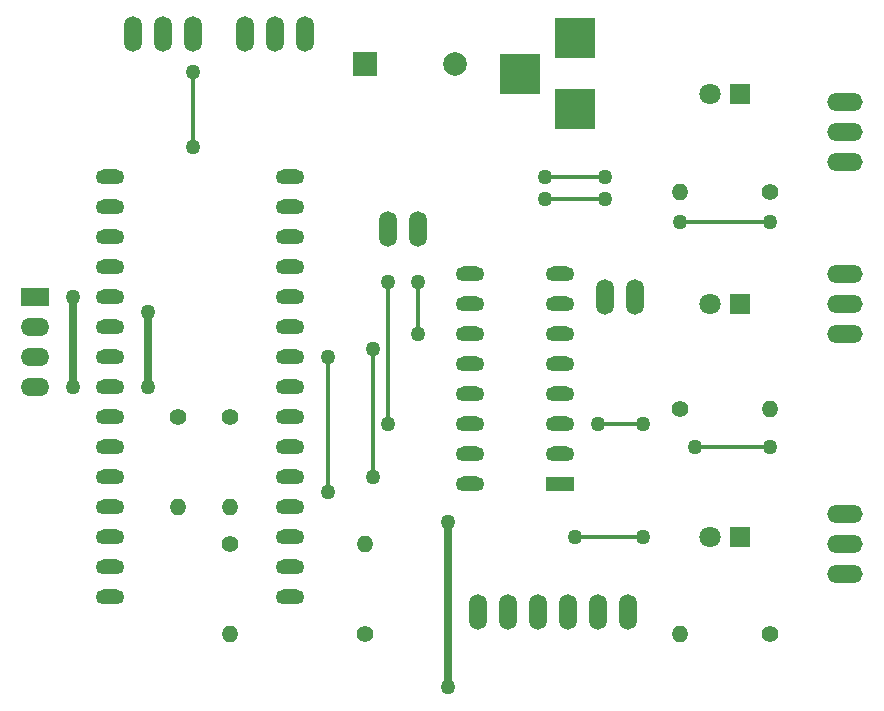
<source format=gbr>
G04 #@! TF.FileFunction,Copper,L1,Top,Signal*
%FSLAX46Y46*%
G04 Gerber Fmt 4.6, Leading zero omitted, Abs format (unit mm)*
G04 Created by KiCad (PCBNEW 4.0.4-stable) date 03/06/20 18:28:56*
%MOMM*%
%LPD*%
G01*
G04 APERTURE LIST*
%ADD10C,0.100000*%
%ADD11O,2.413000X1.270000*%
%ADD12O,3.010000X1.510000*%
%ADD13R,3.500000X3.500000*%
%ADD14R,1.800000X1.800000*%
%ADD15C,1.800000*%
%ADD16O,1.510000X3.010000*%
%ADD17R,2.413000X1.524000*%
%ADD18O,2.413000X1.524000*%
%ADD19C,1.400000*%
%ADD20O,1.400000X1.400000*%
%ADD21R,2.000000X2.000000*%
%ADD22C,2.000000*%
%ADD23R,2.413000X1.270000*%
%ADD24C,1.270000*%
%ADD25C,0.304800*%
%ADD26C,0.635000*%
G04 APERTURE END LIST*
D10*
D11*
X30480000Y-104775000D03*
X45720000Y-104775000D03*
X30480000Y-102235000D03*
X45720000Y-102235000D03*
X30480000Y-99695000D03*
X45720000Y-99695000D03*
X30480000Y-97155000D03*
X45720000Y-97155000D03*
X30480000Y-94615000D03*
X45720000Y-94615000D03*
X30480000Y-92075000D03*
X45720000Y-92075000D03*
X30480000Y-89535000D03*
X45720000Y-89535000D03*
X30480000Y-86995000D03*
X45720000Y-86995000D03*
X30480000Y-84455000D03*
X45720000Y-84455000D03*
X30480000Y-81915000D03*
X45720000Y-81915000D03*
X30480000Y-79375000D03*
X45720000Y-79375000D03*
X30480000Y-76835000D03*
X45720000Y-76835000D03*
X30480000Y-74295000D03*
X45720000Y-74295000D03*
X30480000Y-71755000D03*
X45720000Y-71755000D03*
X30480000Y-69215000D03*
X45720000Y-69215000D03*
D12*
X92710000Y-82550000D03*
X92710000Y-80010000D03*
X92710000Y-77470000D03*
D13*
X69850000Y-63500000D03*
X69850000Y-57500000D03*
X65150000Y-60500000D03*
D14*
X83820000Y-99695000D03*
D15*
X81280000Y-99695000D03*
D14*
X83820000Y-80010000D03*
D15*
X81280000Y-80010000D03*
D14*
X83820000Y-62230000D03*
D15*
X81280000Y-62230000D03*
D16*
X74295000Y-106045000D03*
X71755000Y-106045000D03*
X69215000Y-106045000D03*
X66675000Y-106045000D03*
X64135000Y-106045000D03*
X61595000Y-106045000D03*
X46990000Y-57150000D03*
X44450000Y-57150000D03*
X41910000Y-57150000D03*
X37465000Y-57150000D03*
X34925000Y-57150000D03*
X32385000Y-57150000D03*
D17*
X24130000Y-79375000D03*
D18*
X24130000Y-81915000D03*
X24130000Y-84455000D03*
X24130000Y-86995000D03*
D12*
X92710000Y-102870000D03*
X92710000Y-100330000D03*
X92710000Y-97790000D03*
X92710000Y-67945000D03*
X92710000Y-65405000D03*
X92710000Y-62865000D03*
D16*
X74930000Y-79375000D03*
X72390000Y-79375000D03*
X56515000Y-73660000D03*
X53975000Y-73660000D03*
D19*
X52070000Y-107950000D03*
D20*
X52070000Y-100330000D03*
D19*
X40640000Y-100330000D03*
D20*
X40640000Y-107950000D03*
D19*
X86360000Y-107950000D03*
D20*
X78740000Y-107950000D03*
D19*
X78740000Y-88900000D03*
D20*
X86360000Y-88900000D03*
D19*
X86360000Y-70485000D03*
D20*
X78740000Y-70485000D03*
D19*
X40640000Y-89535000D03*
D20*
X40640000Y-97155000D03*
D19*
X36195000Y-89535000D03*
D20*
X36195000Y-97155000D03*
D21*
X52070000Y-59690000D03*
D22*
X59670000Y-59690000D03*
D23*
X68580000Y-95250000D03*
D11*
X60960000Y-77470000D03*
X68580000Y-92710000D03*
X60960000Y-80010000D03*
X68580000Y-90170000D03*
X60960000Y-82550000D03*
X68580000Y-87630000D03*
X60960000Y-85090000D03*
X68580000Y-85090000D03*
X60960000Y-87630000D03*
X68580000Y-82550000D03*
X60960000Y-90170000D03*
X68580000Y-80010000D03*
X60960000Y-92710000D03*
X68580000Y-77470000D03*
X60960000Y-95250000D03*
D24*
X52705000Y-94615000D03*
X52705000Y-83820000D03*
X75565000Y-99695000D03*
X69850000Y-99695000D03*
X48895000Y-95885000D03*
X48895000Y-84455000D03*
X86360000Y-92075000D03*
X80010000Y-92075000D03*
X72390000Y-71120000D03*
X67310000Y-71120000D03*
X67310000Y-69215000D03*
X72390000Y-69215000D03*
X78740000Y-73025000D03*
X86360000Y-73025000D03*
X33655000Y-80645000D03*
X33655000Y-86995000D03*
X27305000Y-86995000D03*
X27305000Y-79375000D03*
X59055000Y-98425000D03*
X59055000Y-112395000D03*
X37465000Y-60325000D03*
X37465000Y-66675000D03*
X75565000Y-90170000D03*
X71755000Y-90170000D03*
X56515000Y-78105000D03*
X56515000Y-82550000D03*
X53975000Y-78105000D03*
X53975000Y-90170000D03*
D25*
X52705000Y-94615000D02*
X52705000Y-83820000D01*
X69850000Y-99695000D02*
X75565000Y-99695000D01*
X48895000Y-84455000D02*
X48895000Y-95885000D01*
X80010000Y-92075000D02*
X86360000Y-92075000D01*
X67310000Y-71120000D02*
X72390000Y-71120000D01*
X67310000Y-69215000D02*
X72390000Y-69215000D01*
X78740000Y-73025000D02*
X86360000Y-73025000D01*
D26*
X33655000Y-80645000D02*
X33655000Y-86995000D01*
X27305000Y-79375000D02*
X27305000Y-86995000D01*
X59055000Y-112395000D02*
X59055000Y-98425000D01*
D25*
X37465000Y-60325000D02*
X37465000Y-66675000D01*
X71755000Y-90170000D02*
X75565000Y-90170000D01*
X56515000Y-82550000D02*
X56515000Y-78105000D01*
X53975000Y-90170000D02*
X53975000Y-78105000D01*
M02*

</source>
